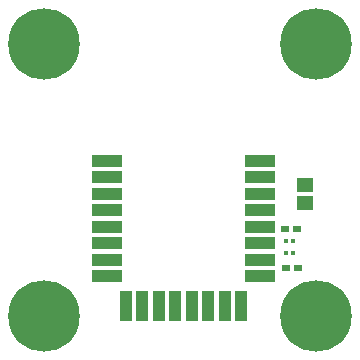
<source format=gbs>
G04*
G04 #@! TF.GenerationSoftware,Altium Limited,Altium Designer,18.0.8 (490)*
G04*
G04 Layer_Color=16711935*
%FSLAX44Y44*%
%MOMM*%
G71*
G01*
G75*
%ADD80R,0.6508X0.5508*%
%ADD91R,1.4508X1.1508*%
G04:AMPARAMS|DCode=103|XSize=0.32mm|YSize=0.36mm|CornerRadius=0.08mm|HoleSize=0mm|Usage=FLASHONLY|Rotation=0.000|XOffset=0mm|YOffset=0mm|HoleType=Round|Shape=RoundedRectangle|*
%AMROUNDEDRECTD103*
21,1,0.3200,0.2000,0,0,0.0*
21,1,0.1600,0.3600,0,0,0.0*
1,1,0.1600,0.0800,-0.1000*
1,1,0.1600,-0.0800,-0.1000*
1,1,0.1600,-0.0800,0.1000*
1,1,0.1600,0.0800,0.1000*
%
%ADD103ROUNDEDRECTD103*%
%ADD106C,0.8108*%
%ADD107C,6.0508*%
%ADD137R,1.1000X2.5500*%
%ADD138R,2.5500X1.1000*%
D80*
X1055136Y1558343D02*
D03*
X1065136D02*
D03*
X1056500Y1525250D02*
D03*
X1066500Y1525250D02*
D03*
D91*
X1072000Y1595500D02*
D03*
Y1580500D02*
D03*
D103*
X1062050Y1537500D02*
D03*
X1056450D02*
D03*
X1062050Y1548250D02*
D03*
X1056450D02*
D03*
D106*
X1081750Y1737500D02*
D03*
X1065590Y1731013D02*
D03*
X1058750Y1715000D02*
D03*
X1065237Y1698840D02*
D03*
X1081250Y1692000D02*
D03*
X1097410Y1698486D02*
D03*
X1104250Y1714500D02*
D03*
X1097764Y1730660D02*
D03*
X851750Y1737500D02*
D03*
X835590Y1731013D02*
D03*
X828750Y1715000D02*
D03*
X835236Y1698840D02*
D03*
X851250Y1692000D02*
D03*
X867410Y1698486D02*
D03*
X874250Y1714500D02*
D03*
X867764Y1730660D02*
D03*
X851750Y1507500D02*
D03*
X835590Y1501013D02*
D03*
X828750Y1485000D02*
D03*
X835236Y1468840D02*
D03*
X851250Y1462000D02*
D03*
X867410Y1468486D02*
D03*
X874250Y1484500D02*
D03*
X867764Y1500660D02*
D03*
X1097764D02*
D03*
X1104250Y1484500D02*
D03*
X1097410Y1468486D02*
D03*
X1081250Y1462000D02*
D03*
X1065237Y1468840D02*
D03*
X1058750Y1485000D02*
D03*
X1065590Y1501013D02*
D03*
X1081750Y1507500D02*
D03*
D107*
X851500Y1714750D02*
D03*
X1081500D02*
D03*
X851500Y1484750D02*
D03*
X1081500D02*
D03*
D137*
X948250Y1493000D02*
D03*
X934250D02*
D03*
X962250D02*
D03*
X976250D02*
D03*
X990250D02*
D03*
X1018250D02*
D03*
X1004250D02*
D03*
X920250D02*
D03*
D138*
X904250Y1546000D02*
D03*
Y1532000D02*
D03*
Y1560000D02*
D03*
Y1574000D02*
D03*
Y1588000D02*
D03*
Y1616000D02*
D03*
Y1602000D02*
D03*
Y1518000D02*
D03*
X1034250D02*
D03*
Y1602000D02*
D03*
Y1616000D02*
D03*
Y1588000D02*
D03*
Y1574000D02*
D03*
Y1560000D02*
D03*
Y1532000D02*
D03*
Y1546000D02*
D03*
M02*

</source>
